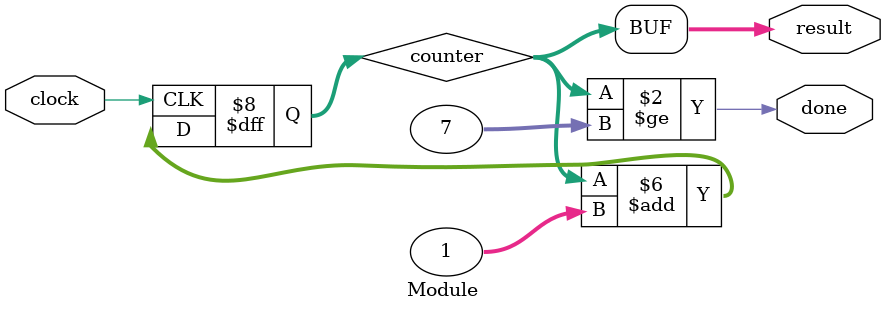
<source format=sv>
`include "metron_tools.sv"

module Module
(
  input logic clock,
  output logic done,
  output logic[31:0] result
);
/*public:*/
  initial begin /*Module*/
    counter = 0;
  end

  always_comb begin /*done*/
    done = counter >= 7;
  end

  always_comb begin /*result*/
    result = counter;
  end

  always_comb begin /*tock*/
    /*tick()*/;
  end

/*private:*/

  always_ff @(posedge clock) begin /*tick*/
    counter <= counter + 1;
  end

  logic[31:0] counter;

endmodule


</source>
